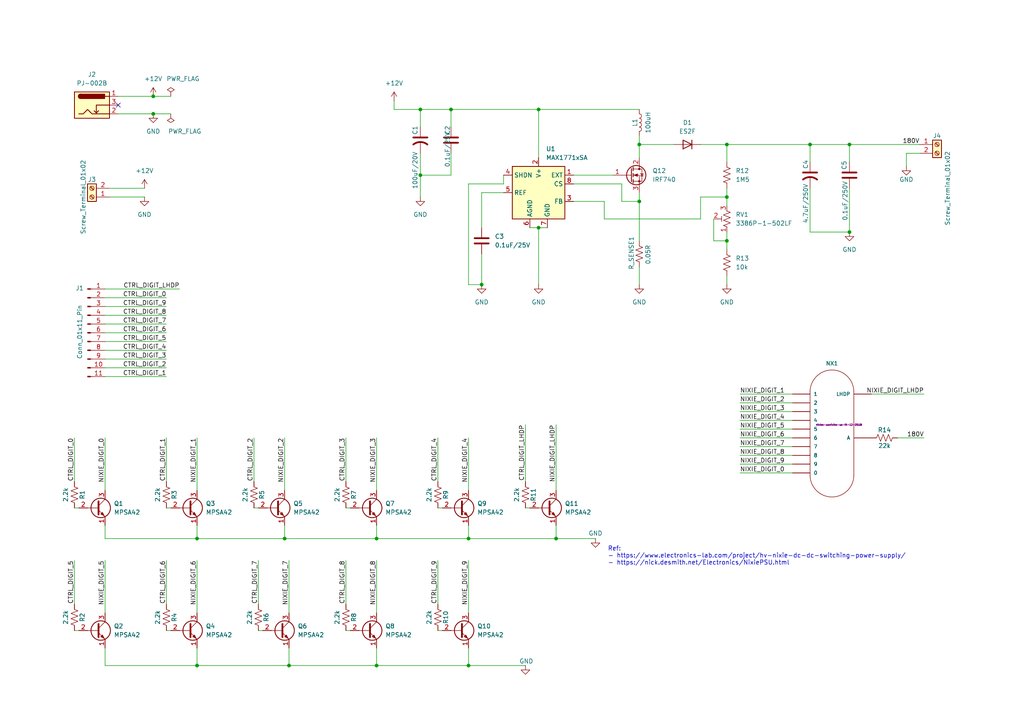
<source format=kicad_sch>
(kicad_sch (version 20250114) (generator "eeschema") (generator_version "9.0")
  (paper "A4")
  (title_block (title "Nixie HVDC Power Supply") (rev "v0.0") (company "yashkarthik.com"))
  (lib_symbols
    (symbol "Connector:Barrel_Jack_Switch" (pin_names (hide yes))
      (property "Reference" "J" (at 0 5.334 0))
      (property "Value" "Barrel_Jack_Switch" (at 0 -5.08 0))
      (symbol "Barrel_Jack_Switch_0_1"
        (rectangle (start -5.08 3.81) (end 5.08 -3.81) (stroke (width 0.254)) (fill (type background)))
        (polyline (pts (xy -3.81 -2.54) (xy -2.54 -2.54) (xy -1.27 -1.27) (xy 0 -2.54) (xy 2.54 -2.54) (xy 5.08 -2.54)) (stroke (width 0.254)))
        (arc (start -3.302 1.905) (mid -3.9343 2.54) (end -3.302 3.175) (stroke (width 0.254)))
        (arc (start -3.302 1.905) (mid -3.9343 2.54) (end -3.302 3.175) (stroke (width 0.254)) (fill (type outline)))
        (polyline (pts (xy 1.27 -2.286) (xy 1.905 -1.651)) (stroke (width 0.254)))
        (rectangle (start 3.683 3.175) (end -3.302 1.905) (stroke (width 0.254)) (fill (type outline)))
        (polyline (pts (xy 5.08 2.54) (xy 3.81 2.54)) (stroke (width 0.254)))
        (polyline (pts (xy 5.08 0) (xy 1.27 0) (xy 1.27 -2.286) (xy 0.635 -1.651)) (stroke (width 0.254)))
      )
      (symbol "Barrel_Jack_Switch_1_1"
        (pin passive line (at 7.62 2.54 180) (length 2.54) (name "~") (number "1"))
        (pin passive line (at 7.62 0 180) (length 2.54) (name "~") (number "3"))
        (pin passive line (at 7.62 -2.54 180) (length 2.54) (name "~") (number "2"))
      )
    )
    (symbol "Connector:Conn_01x11_Pin" (pin_names (offset 1.016) (hide yes))
      (property "Reference" "J" (at 0 15.24 0))
      (property "Value" "Conn_01x11_Pin" (at 0 -15.24 0))
      (symbol "Conn_01x11_Pin_1_1"
        (rectangle (start 0.8636 12.827) (end 0 12.573) (stroke (width 0.1524)) (fill (type outline)))
        (rectangle (start 0.8636 10.287) (end 0 10.033) (stroke (width 0.1524)) (fill (type outline)))
        (rectangle (start 0.8636 7.747) (end 0 7.493) (stroke (width 0.1524)) (fill (type outline)))
        (rectangle (start 0.8636 5.207) (end 0 4.953) (stroke (width 0.1524)) (fill (type outline)))
        (rectangle (start 0.8636 2.667) (end 0 2.413) (stroke (width 0.1524)) (fill (type outline)))
        (rectangle (start 0.8636 0.127) (end 0 -0.127) (stroke (width 0.1524)) (fill (type outline)))
        (rectangle (start 0.8636 -2.413) (end 0 -2.667) (stroke (width 0.1524)) (fill (type outline)))
        (rectangle (start 0.8636 -4.953) (end 0 -5.207) (stroke (width 0.1524)) (fill (type outline)))
        (rectangle (start 0.8636 -7.493) (end 0 -7.747) (stroke (width 0.1524)) (fill (type outline)))
        (rectangle (start 0.8636 -10.033) (end 0 -10.287) (stroke (width 0.1524)) (fill (type outline)))
        (rectangle (start 0.8636 -12.573) (end 0 -12.827) (stroke (width 0.1524)) (fill (type outline)))
        (polyline (pts (xy 1.27 12.7) (xy 0.8636 12.7)) (stroke (width 0.1524)))
        (polyline (pts (xy 1.27 10.16) (xy 0.8636 10.16)) (stroke (width 0.1524)))
        (polyline (pts (xy 1.27 7.62) (xy 0.8636 7.62)) (stroke (width 0.1524)))
        (polyline (pts (xy 1.27 5.08) (xy 0.8636 5.08)) (stroke (width 0.1524)))
        (polyline (pts (xy 1.27 2.54) (xy 0.8636 2.54)) (stroke (width 0.1524)))
        (polyline (pts (xy 1.27 0) (xy 0.8636 0)) (stroke (width 0.1524)))
        (polyline (pts (xy 1.27 -2.54) (xy 0.8636 -2.54)) (stroke (width 0.1524)))
        (polyline (pts (xy 1.27 -5.08) (xy 0.8636 -5.08)) (stroke (width 0.1524)))
        (polyline (pts (xy 1.27 -7.62) (xy 0.8636 -7.62)) (stroke (width 0.1524)))
        (polyline (pts (xy 1.27 -10.16) (xy 0.8636 -10.16)) (stroke (width 0.1524)))
        (polyline (pts (xy 1.27 -12.7) (xy 0.8636 -12.7)) (stroke (width 0.1524)))
        (pin passive line (at 5.08 12.7 180) (length 3.81) (name "Pin_1") (number "1"))
        (pin passive line (at 5.08 10.16 180) (length 3.81) (name "Pin_2") (number "2"))
        (pin passive line (at 5.08 7.62 180) (length 3.81) (name "Pin_3") (number "3"))
        (pin passive line (at 5.08 5.08 180) (length 3.81) (name "Pin_4") (number "4"))
        (pin passive line (at 5.08 2.54 180) (length 3.81) (name "Pin_5") (number "5"))
        (pin passive line (at 5.08 0 180) (length 3.81) (name "Pin_6") (number "6"))
        (pin passive line (at 5.08 -2.54 180) (length 3.81) (name "Pin_7") (number "7"))
        (pin passive line (at 5.08 -5.08 180) (length 3.81) (name "Pin_8") (number "8"))
        (pin passive line (at 5.08 -7.62 180) (length 3.81) (name "Pin_9") (number "9"))
        (pin passive line (at 5.08 -10.16 180) (length 3.81) (name "Pin_10") (number "10"))
        (pin passive line (at 5.08 -12.7 180) (length 3.81) (name "Pin_11") (number "11"))
      )
    )
    (symbol "Connector:Screw_Terminal_01x02" (pin_names (offset 1.016) (hide yes))
      (property "Reference" "J" (at 0 2.54 0))
      (property "Value" "Screw_Terminal_01x02" (at 0 -5.08 0))
      (symbol "Screw_Terminal_01x02_1_1"
        (rectangle (start -1.27 1.27) (end 1.27 -3.81) (stroke (width 0.254)) (fill (type background)))
        (polyline (pts (xy -0.5334 0.3302) (xy 0.3302 -0.508)) (stroke (width 0.1524)))
        (polyline (pts (xy -0.5334 -2.2098) (xy 0.3302 -3.048)) (stroke (width 0.1524)))
        (polyline (pts (xy -0.3556 0.508) (xy 0.508 -0.3302)) (stroke (width 0.1524)))
        (polyline (pts (xy -0.3556 -2.032) (xy 0.508 -2.8702)) (stroke (width 0.1524)))
        (circle (center 0 0) (radius 0.635) (stroke (width 0.1524)))
        (circle (center 0 -2.54) (radius 0.635) (stroke (width 0.1524)))
        (pin passive line (at -5.08 0 0) (length 3.81) (name "Pin_1") (number "1"))
        (pin passive line (at -5.08 -2.54 0) (length 3.81) (name "Pin_2") (number "2"))
      )
    )
    (symbol "Device:C" (pin_numbers (hide yes)) (pin_names (offset 0.254))
      (property "Reference" "C" (at 0.635 2.54 0))
      (property "Value" "C" (at 0.635 -2.54 0))
      (symbol "C_0_1"
        (polyline (pts (xy -2.032 0.762) (xy 2.032 0.762)) (stroke (width 0.508)))
        (polyline (pts (xy -2.032 -0.762) (xy 2.032 -0.762)) (stroke (width 0.508)))
      )
      (symbol "C_1_1"
        (pin passive line (at 0 3.81 270) (length 2.794) (name "~") (number "1"))
        (pin passive line (at 0 -3.81 90) (length 2.794) (name "~") (number "2"))
      )
    )
    (symbol "Device:C_US" (pin_numbers (hide yes)) (pin_names (offset 0.254) (hide yes))
      (property "Reference" "C" (at 0.635 2.54 0))
      (property "Value" "C_US" (at 0.635 -2.54 0))
      (symbol "C_US_0_1"
        (polyline (pts (xy -2.032 0.762) (xy 2.032 0.762)) (stroke (width 0.508)))
        (arc (start -2.032 -1.27) (mid 0 -0.5572) (end 2.032 -1.27) (stroke (width 0.508)))
      )
      (symbol "C_US_1_1"
        (pin passive line (at 0 3.81 270) (length 2.794) (name "~") (number "1"))
        (pin passive line (at 0 -3.81 90) (length 3.302) (name "~") (number "2"))
      )
    )
    (symbol "Device:D" (pin_numbers (hide yes)) (pin_names (offset 1.016) (hide yes))
      (property "Reference" "D" (at 0 2.54 0))
      (property "Value" "D" (at 0 -2.54 0))
      (symbol "D_0_1"
        (polyline (pts (xy -1.27 1.27) (xy -1.27 -1.27)) (stroke (width 0.254)))
        (polyline (pts (xy 1.27 1.27) (xy 1.27 -1.27) (xy -1.27 0) (xy 1.27 1.27)) (stroke (width 0.254)))
        (polyline (pts (xy 1.27 0) (xy -1.27 0)))
      )
      (symbol "D_1_1"
        (pin passive line (at -3.81 0 0) (length 2.54) (name "K") (number "1"))
        (pin passive line (at 3.81 0 180) (length 2.54) (name "A") (number "2"))
      )
    )
    (symbol "Device:L" (pin_numbers (hide yes)) (pin_names (offset 1.016) (hide yes))
      (property "Reference" "L" (at -1.27 0 90))
      (property "Value" "L" (at 1.905 0 90))
      (symbol "L_0_1"
        (arc (start 0 2.54) (mid 0.6323 1.905) (end 0 1.27))
        (arc (start 0 1.27) (mid 0.6323 0.635) (end 0 0))
        (arc (start 0 0) (mid 0.6323 -0.635) (end 0 -1.27))
        (arc (start 0 -1.27) (mid 0.6323 -1.905) (end 0 -2.54))
      )
      (symbol "L_1_1"
        (pin passive line (at 0 3.81 270) (length 1.27) (name "1") (number "1"))
        (pin passive line (at 0 -3.81 90) (length 1.27) (name "2") (number "2"))
      )
    )
    (symbol "Device:R_Potentiometer_Trim_US" (pin_names (offset 1.016) (hide yes))
      (property "Reference" "RV" (at -4.445 0 90))
      (property "Value" "R_Potentiometer_Trim_US" (at -2.54 0 90))
      (symbol "R_Potentiometer_Trim_US_0_1"
        (polyline (pts (xy 0 2.286) (xy 0 2.54)))
        (polyline (pts (xy 0 2.286) (xy 1.016 1.905) (xy 0 1.524) (xy -1.016 1.143) (xy 0 0.762)))
        (polyline (pts (xy 0 0.762) (xy 1.016 0.381) (xy 0 0) (xy -1.016 -0.381) (xy 0 -0.762)))
        (polyline (pts (xy 0 -0.762) (xy 1.016 -1.143) (xy 0 -1.524) (xy -1.016 -1.905) (xy 0 -2.286)))
        (polyline (pts (xy 0 -2.286) (xy 0 -2.54)))
        (polyline (pts (xy 1.524 0.762) (xy 1.524 -0.762)))
        (polyline (pts (xy 2.54 0) (xy 1.524 0)))
      )
      (symbol "R_Potentiometer_Trim_US_1_1"
        (pin passive line (at 0 3.81 270) (length 1.27) (name "1") (number "1"))
        (pin passive line (at 0 -3.81 90) (length 1.27) (name "3") (number "3"))
        (pin passive line (at 3.81 0 180) (length 1.27) (name "2") (number "2"))
      )
    )
    (symbol "Device:R_US" (pin_numbers (hide yes)) (pin_names (offset 0))
      (property "Reference" "R" (at 2.54 0 90))
      (property "Value" "R_US" (at -2.54 0 90))
      (symbol "R_US_0_1"
        (polyline (pts (xy 0 2.286) (xy 0 2.54)))
        (polyline (pts (xy 0 2.286) (xy 1.016 1.905) (xy 0 1.524) (xy -1.016 1.143) (xy 0 0.762)))
        (polyline (pts (xy 0 0.762) (xy 1.016 0.381) (xy 0 0) (xy -1.016 -0.381) (xy 0 -0.762)))
        (polyline (pts (xy 0 -0.762) (xy 1.016 -1.143) (xy 0 -1.524) (xy -1.016 -1.905) (xy 0 -2.286)))
        (polyline (pts (xy 0 -2.286) (xy 0 -2.54)))
      )
      (symbol "R_US_1_1"
        (pin passive line (at 0 3.81 270) (length 1.27) (name "~") (number "1"))
        (pin passive line (at 0 -3.81 90) (length 1.27) (name "~") (number "2"))
      )
    )
    (symbol "Regulator_Switching:MAX1771xSA"
      (property "Reference" "U" (at -3.81 10.16 0))
      (property "Value" "MAX1771xSA" (at 6.35 10.16 0))
      (symbol "MAX1771xSA_0_1"
        (rectangle (start -7.62 7.62) (end 7.62 -7.62) (stroke (width 0.254)) (fill (type background)))
      )
      (symbol "MAX1771xSA_1_1"
        (pin input line (at -10.16 5.08 0) (length 2.54) (name "SHDN") (number "4"))
        (pin passive line (at -10.16 0 0) (length 2.54) (name "REF") (number "5"))
        (pin power_in line (at -2.54 -10.16 90) (length 2.54) (name "AGND") (number "6"))
        (pin power_in line (at 0 10.16 270) (length 2.54) (name "V+") (number "2"))
        (pin power_in line (at 2.54 -10.16 90) (length 2.54) (name "GND") (number "7"))
        (pin output line (at 10.16 5.08 180) (length 2.54) (name "EXT") (number "1"))
        (pin input line (at 10.16 2.54 180) (length 2.54) (name "CS") (number "8"))
        (pin input line (at 10.16 -2.54 180) (length 2.54) (name "FB") (number "3"))
      )
    )
    (symbol "Transistor_BJT:MPSA42" (pin_names (offset 0) (hide yes))
      (property "Reference" "Q" (at 5.08 1.905 0))
      (property "Value" "MPSA42" (at 5.08 0 0))
      (symbol "MPSA42_0_1"
        (polyline (pts (xy -2.54 0) (xy 0.635 0)))
        (polyline (pts (xy 0.635 1.905) (xy 0.635 -1.905)) (stroke (width 0.508)))
        (circle (center 1.27 0) (radius 2.8194) (stroke (width 0.254)))
      )
      (symbol "MPSA42_1_1"
        (polyline (pts (xy 0.635 0.635) (xy 2.54 2.54)))
        (polyline (pts (xy 0.635 -0.635) (xy 2.54 -2.54)))
        (polyline (pts (xy 1.27 -1.778) (xy 1.778 -1.27) (xy 2.286 -2.286) (xy 1.27 -1.778)) (fill (type outline)))
        (pin input line (at -5.08 0 0) (length 2.54) (name "B") (number "2"))
        (pin passive line (at 2.54 5.08 270) (length 2.54) (name "C") (number "3"))
        (pin passive line (at 2.54 -5.08 90) (length 2.54) (name "E") (number "1"))
      )
    )
    (symbol "Transistor_FET:IRF740" (pin_names (hide yes))
      (property "Reference" "Q" (at 5.08 1.905 0))
      (property "Value" "IRF740" (at 5.08 0 0))
      (symbol "IRF740_0_1"
        (polyline (pts (xy 0.254 1.905) (xy 0.254 -1.905)) (stroke (width 0.254)))
        (polyline (pts (xy 0.254 0) (xy -2.54 0)))
        (polyline (pts (xy 0.762 2.286) (xy 0.762 1.27)) (stroke (width 0.254)))
        (polyline (pts (xy 0.762 0.508) (xy 0.762 -0.508)) (stroke (width 0.254)))
        (polyline (pts (xy 0.762 -1.27) (xy 0.762 -2.286)) (stroke (width 0.254)))
        (polyline (pts (xy 0.762 -1.778) (xy 3.302 -1.778) (xy 3.302 1.778) (xy 0.762 1.778)))
        (polyline (pts (xy 1.016 0) (xy 2.032 0.381) (xy 2.032 -0.381) (xy 1.016 0)) (fill (type outline)))
        (circle (center 1.651 0) (radius 2.794) (stroke (width 0.254)))
        (polyline (pts (xy 2.54 2.54) (xy 2.54 1.778)))
        (circle (center 2.54 1.778) (radius 0.254) (fill (type outline)))
        (circle (center 2.54 -1.778) (radius 0.254) (fill (type outline)))
        (polyline (pts (xy 2.54 -2.54) (xy 2.54 0) (xy 0.762 0)))
        (polyline (pts (xy 2.794 0.508) (xy 2.921 0.381) (xy 3.683 0.381) (xy 3.81 0.254)))
        (polyline (pts (xy 3.302 0.381) (xy 2.921 -0.254) (xy 3.683 -0.254) (xy 3.302 0.381)))
      )
      (symbol "IRF740_1_1"
        (pin input line (at -5.08 0 0) (length 2.54) (name "G") (number "1"))
        (pin passive line (at 2.54 5.08 270) (length 2.54) (name "D") (number "2"))
        (pin passive line (at 2.54 -5.08 90) (length 2.54) (name "S") (number "3"))
      )
    )
    (symbol "nixies-us:IN-12BIN-12-DSUB" (pin_numbers (hide yes)) (pin_names (offset 1.016))
      (property "Reference" "NX" (at -4.445 20.955 0))
      (symbol "IN-12BIN-12-DSUB_1_0"
        (polyline (pts (xy -7.62 -10.795) (xy -7.62 13.335)))
        (polyline (pts (xy 5.08 -10.795) (xy 5.08 13.335)))
      )
      (symbol "IN-12BIN-12-DSUB_1_1"
        (arc (start -7.62 13.335) (mid -1.27 19.685) (end 5.08 13.335))
        (arc (start 5.08 -10.795) (mid -1.27 -17.145) (end -7.62 -10.795))
        (pin bidirectional line (at -12.7 12.7 0) (length 5.08) (name "1") (number "1"))
        (pin bidirectional line (at -12.7 10.16 0) (length 5.08) (name "2") (number "2"))
        (pin bidirectional line (at -12.7 7.62 0) (length 5.08) (name "3") (number "3"))
        (pin bidirectional line (at -12.7 5.08 0) (length 5.08) (name "4") (number "4"))
        (pin bidirectional line (at -12.7 2.54 0) (length 5.08) (name "5") (number "5"))
        (pin bidirectional line (at -12.7 0 0) (length 5.08) (name "6") (number "6"))
        (pin bidirectional line (at -12.7 -2.54 0) (length 5.08) (name "7") (number "7"))
        (pin bidirectional line (at -12.7 -5.08 0) (length 5.08) (name "8") (number "8"))
        (pin bidirectional line (at -12.7 -7.62 0) (length 5.08) (name "9") (number "9"))
        (pin bidirectional line (at -12.7 -10.16 0) (length 5.08) (name "0") (number "0"))
        (pin bidirectional line (at 10.16 12.7 180) (length 5.08) (name "LHDP") (number "LHDP"))
        (pin bidirectional line (at 10.16 0 180) (length 5.08) (name "A") (number "A"))
      )
    )
    (symbol "power:+12V" (power) (pin_numbers (hide yes)) (pin_names (offset 0) (hide yes))
      (property "Value" "+12V" (at 0 3.556 0))
      (symbol "+12V_0_1"
        (polyline (pts (xy -0.762 1.27) (xy 0 2.54)))
        (polyline (pts (xy 0 2.54) (xy 0.762 1.27)))
        (polyline (pts (xy 0 0) (xy 0 2.54)))
      )
      (symbol "+12V_1_1"
        (pin power_in line (at 0 0 90) (length 0) (name "~") (number "1"))
      )
    )
    (symbol "power:GND" (power) (pin_numbers (hide yes)) (pin_names (offset 0) (hide yes))
      (property "Value" "GND" (at 0 -3.81 0))
      (symbol "GND_0_1"
        (polyline (pts (xy 0 0) (xy 0 -1.27) (xy 1.27 -1.27) (xy 0 -2.54) (xy -1.27 -1.27) (xy 0 -1.27)))
      )
      (symbol "GND_1_1"
        (pin power_in line (at 0 0 270) (length 0) (name "~") (number "1"))
      )
    )
    (symbol "power:PWR_FLAG" (power) (pin_numbers (hide yes)) (pin_names (offset 0) (hide yes))
      (property "Value" "PWR_FLAG" (at 0 3.81 0))
      (symbol "PWR_FLAG_0_0"
        (pin power_out line (at 0 0 90) (length 0) (name "~") (number "1"))
      )
      (symbol "PWR_FLAG_0_1"
        (polyline (pts (xy 0 0) (xy 0 1.27) (xy -1.016 1.905) (xy 0 2.54) (xy 1.016 1.905) (xy 0 1.27)))
      )
    )
  )
  (text "Ref: \n- https://www.electronics-lab.com/project/hv-nixie-dc-dc-switching-power-supply/\n- https://nick.desmith.net/Electronics/NixiePSU.html\n" (at 176.276 161.29 0) (effects (font (size 1.27 1.27)) (justify left)))
  (junction (at 210.82 41.91))
  (junction (at 121.92 50.8))
  (junction (at 130.81 31.75))
  (junction (at 246.38 41.91))
  (junction (at 57.15 156.21))
  (junction (at 234.95 41.91))
  (junction (at 83.82 193.04))
  (junction (at 210.82 57.15))
  (junction (at 139.7 82.55))
  (junction (at 246.38 67.31))
  (junction (at 109.22 156.21))
  (junction (at 44.45 27.94))
  (junction (at 135.89 193.04))
  (junction (at 185.42 58.42))
  (junction (at 156.21 66.04))
  (junction (at 57.15 193.04))
  (junction (at 121.92 31.75))
  (junction (at 161.29 156.21))
  (junction (at 44.45 33.02))
  (junction (at 156.21 31.75))
  (junction (at 109.22 193.04))
  (junction (at 210.82 69.85))
  (junction (at 135.89 156.21))
  (junction (at 82.55 156.21))
  (junction (at 185.42 41.91))
  (no_connect (at 34.29 30.48))
  (wire (pts (xy 152.4 147.32) (xy 153.67 147.32)))
  (wire (pts (xy 100.33 162.56) (xy 100.33 175.26)))
  (wire (pts (xy 109.22 193.04) (xy 135.89 193.04)))
  (wire (pts (xy 135.89 187.96) (xy 135.89 193.04)))
  (wire (pts (xy 252.73 114.3) (xy 267.97 114.3)))
  (wire (pts (xy 246.38 41.91) (xy 266.7 41.91)))
  (wire (pts (xy 266.7 44.45) (xy 262.89 44.45)))
  (wire (pts (xy 48.26 182.88) (xy 49.53 182.88)))
  (wire (pts (xy 156.21 66.04) (xy 158.75 66.04)))
  (wire (pts (xy 34.29 33.02) (xy 44.45 33.02)))
  (wire (pts (xy 214.63 124.46) (xy 229.87 124.46)))
  (wire (pts (xy 161.29 156.21) (xy 172.72 156.21)))
  (wire (pts (xy 156.21 31.75) (xy 156.21 45.72)))
  (wire (pts (xy 57.15 187.96) (xy 57.15 193.04)))
  (wire (pts (xy 30.48 93.98) (xy 48.26 93.98)))
  (wire (pts (xy 121.92 44.45) (xy 121.92 50.8)))
  (wire (pts (xy 135.89 156.21) (xy 161.29 156.21)))
  (wire (pts (xy 207.01 63.5) (xy 207.01 69.85)))
  (wire (pts (xy 31.75 57.15) (xy 41.91 57.15)))
  (wire (pts (xy 214.63 137.16) (xy 229.87 137.16)))
  (wire (pts (xy 109.22 156.21) (xy 135.89 156.21)))
  (wire (pts (xy 146.05 53.34) (xy 135.89 53.34)))
  (wire (pts (xy 203.2 41.91) (xy 210.82 41.91)))
  (wire (pts (xy 185.42 55.88) (xy 185.42 58.42)))
  (wire (pts (xy 82.55 156.21) (xy 109.22 156.21)))
  (wire (pts (xy 203.2 57.15) (xy 203.2 63.5)))
  (wire (pts (xy 114.3 29.21) (xy 114.3 31.75)))
  (wire (pts (xy 83.82 187.96) (xy 83.82 193.04)))
  (wire (pts (xy 262.89 44.45) (xy 262.89 48.26)))
  (wire (pts (xy 234.95 41.91) (xy 234.95 46.99)))
  (wire (pts (xy 48.26 162.56) (xy 48.26 175.26)))
  (wire (pts (xy 57.15 193.04) (xy 83.82 193.04)))
  (wire (pts (xy 83.82 193.04) (xy 109.22 193.04)))
  (wire (pts (xy 135.89 162.56) (xy 135.89 177.8)))
  (wire (pts (xy 210.82 67.31) (xy 210.82 69.85)))
  (wire (pts (xy 57.15 127) (xy 57.15 142.24)))
  (wire (pts (xy 214.63 114.3) (xy 229.87 114.3)))
  (wire (pts (xy 246.38 67.31) (xy 246.38 54.61)))
  (wire (pts (xy 74.93 162.56) (xy 74.93 175.26)))
  (wire (pts (xy 234.95 54.61) (xy 234.95 67.31)))
  (wire (pts (xy 152.4 123.19) (xy 152.4 139.7)))
  (wire (pts (xy 30.48 187.96) (xy 30.48 193.04)))
  (wire (pts (xy 156.21 31.75) (xy 185.42 31.75)))
  (wire (pts (xy 48.26 127) (xy 48.26 139.7)))
  (wire (pts (xy 109.22 162.56) (xy 109.22 177.8)))
  (wire (pts (xy 214.63 116.84) (xy 229.87 116.84)))
  (wire (pts (xy 135.89 193.04) (xy 152.4 193.04)))
  (wire (pts (xy 21.59 182.88) (xy 22.86 182.88)))
  (wire (pts (xy 127 127) (xy 127 139.7)))
  (wire (pts (xy 185.42 41.91) (xy 195.58 41.91)))
  (wire (pts (xy 31.75 54.61) (xy 41.91 54.61)))
  (wire (pts (xy 135.89 82.55) (xy 139.7 82.55)))
  (wire (pts (xy 175.26 63.5) (xy 203.2 63.5)))
  (wire (pts (xy 214.63 121.92) (xy 229.87 121.92)))
  (wire (pts (xy 127 182.88) (xy 128.27 182.88)))
  (wire (pts (xy 30.48 106.68) (xy 48.26 106.68)))
  (wire (pts (xy 139.7 66.04) (xy 139.7 55.88)))
  (wire (pts (xy 135.89 152.4) (xy 135.89 156.21)))
  (wire (pts (xy 34.29 27.94) (xy 44.45 27.94)))
  (wire (pts (xy 234.95 41.91) (xy 246.38 41.91)))
  (wire (pts (xy 153.67 66.04) (xy 156.21 66.04)))
  (wire (pts (xy 100.33 182.88) (xy 101.6 182.88)))
  (wire (pts (xy 21.59 162.56) (xy 21.59 175.26)))
  (wire (pts (xy 82.55 152.4) (xy 82.55 156.21)))
  (wire (pts (xy 130.81 31.75) (xy 156.21 31.75)))
  (wire (pts (xy 156.21 66.04) (xy 156.21 82.55)))
  (wire (pts (xy 210.82 41.91) (xy 210.82 46.99)))
  (wire (pts (xy 130.81 31.75) (xy 130.81 36.83)))
  (wire (pts (xy 135.89 127) (xy 135.89 142.24)))
  (wire (pts (xy 30.48 86.36) (xy 48.26 86.36)))
  (wire (pts (xy 185.42 58.42) (xy 185.42 69.85)))
  (wire (pts (xy 146.05 53.34) (xy 146.05 50.8)))
  (wire (pts (xy 210.82 57.15) (xy 210.82 59.69)))
  (wire (pts (xy 210.82 80.01) (xy 210.82 82.55)))
  (wire (pts (xy 30.48 156.21) (xy 57.15 156.21)))
  (wire (pts (xy 121.92 50.8) (xy 130.81 50.8)))
  (wire (pts (xy 30.48 193.04) (xy 57.15 193.04)))
  (wire (pts (xy 246.38 41.91) (xy 246.38 46.99)))
  (wire (pts (xy 121.92 50.8) (xy 121.92 57.15)))
  (wire (pts (xy 121.92 31.75) (xy 121.92 36.83)))
  (wire (pts (xy 57.15 156.21) (xy 82.55 156.21)))
  (wire (pts (xy 161.29 123.19) (xy 161.29 142.24)))
  (wire (pts (xy 21.59 127) (xy 21.59 139.7)))
  (wire (pts (xy 73.66 127) (xy 73.66 139.7)))
  (wire (pts (xy 234.95 67.31) (xy 246.38 67.31)))
  (wire (pts (xy 161.29 152.4) (xy 161.29 156.21)))
  (wire (pts (xy 48.26 147.32) (xy 49.53 147.32)))
  (wire (pts (xy 57.15 152.4) (xy 57.15 156.21)))
  (wire (pts (xy 127 162.56) (xy 127 175.26)))
  (wire (pts (xy 260.35 127) (xy 267.97 127)))
  (wire (pts (xy 30.48 99.06) (xy 48.26 99.06)))
  (wire (pts (xy 185.42 41.91) (xy 185.42 45.72)))
  (wire (pts (xy 214.63 132.08) (xy 229.87 132.08)))
  (wire (pts (xy 166.37 58.42) (xy 175.26 58.42)))
  (wire (pts (xy 214.63 119.38) (xy 229.87 119.38)))
  (wire (pts (xy 30.48 152.4) (xy 30.48 156.21)))
  (wire (pts (xy 30.48 88.9) (xy 48.26 88.9)))
  (wire (pts (xy 180.34 58.42) (xy 185.42 58.42)))
  (wire (pts (xy 30.48 96.52) (xy 48.26 96.52)))
  (wire (pts (xy 109.22 187.96) (xy 109.22 193.04)))
  (wire (pts (xy 210.82 54.61) (xy 210.82 57.15)))
  (wire (pts (xy 210.82 41.91) (xy 234.95 41.91)))
  (wire (pts (xy 30.48 83.82) (xy 52.07 83.82)))
  (wire (pts (xy 30.48 101.6) (xy 48.26 101.6)))
  (wire (pts (xy 73.66 147.32) (xy 74.93 147.32)))
  (wire (pts (xy 57.15 162.56) (xy 57.15 177.8)))
  (wire (pts (xy 109.22 127) (xy 109.22 142.24)))
  (wire (pts (xy 207.01 69.85) (xy 210.82 69.85)))
  (wire (pts (xy 139.7 73.66) (xy 139.7 82.55)))
  (wire (pts (xy 74.93 182.88) (xy 76.2 182.88)))
  (wire (pts (xy 166.37 53.34) (xy 180.34 53.34)))
  (wire (pts (xy 214.63 129.54) (xy 229.87 129.54)))
  (wire (pts (xy 214.63 134.62) (xy 229.87 134.62)))
  (wire (pts (xy 127 147.32) (xy 128.27 147.32)))
  (wire (pts (xy 180.34 53.34) (xy 180.34 58.42)))
  (wire (pts (xy 185.42 77.47) (xy 185.42 82.55)))
  (wire (pts (xy 175.26 58.42) (xy 175.26 63.5)))
  (wire (pts (xy 21.59 147.32) (xy 22.86 147.32)))
  (wire (pts (xy 166.37 50.8) (xy 177.8 50.8)))
  (wire (pts (xy 139.7 55.88) (xy 146.05 55.88)))
  (wire (pts (xy 30.48 127) (xy 30.48 142.24)))
  (wire (pts (xy 44.45 27.94) (xy 49.53 27.94)))
  (wire (pts (xy 121.92 31.75) (xy 130.81 31.75)))
  (wire (pts (xy 214.63 127) (xy 229.87 127)))
  (wire (pts (xy 114.3 31.75) (xy 121.92 31.75)))
  (wire (pts (xy 30.48 162.56) (xy 30.48 177.8)))
  (wire (pts (xy 30.48 91.44) (xy 48.26 91.44)))
  (wire (pts (xy 210.82 69.85) (xy 210.82 72.39)))
  (wire (pts (xy 44.45 33.02) (xy 49.53 33.02)))
  (wire (pts (xy 30.48 104.14) (xy 48.26 104.14)))
  (wire (pts (xy 109.22 152.4) (xy 109.22 156.21)))
  (wire (pts (xy 30.48 109.22) (xy 48.26 109.22)))
  (wire (pts (xy 100.33 127) (xy 100.33 139.7)))
  (wire (pts (xy 130.81 44.45) (xy 130.81 50.8)))
  (wire (pts (xy 83.82 162.56) (xy 83.82 177.8)))
  (wire (pts (xy 82.55 127) (xy 82.55 142.24)))
  (wire (pts (xy 100.33 147.32) (xy 101.6 147.32)))
  (wire (pts (xy 135.89 53.34) (xy 135.89 82.55)))
  (wire (pts (xy 185.42 39.37) (xy 185.42 41.91)))
  (wire (pts (xy 203.2 57.15) (xy 210.82 57.15)))
  (label "180V" (at 266.7 41.91 180))
  (label "NIXIE_DIGIT_8" (at 214.63 132.08 0))
  (label "NIXIE_DIGIT_LHDP" (at 267.97 114.3 180))
  (label "NIXIE_DIGIT_2" (at 214.63 116.84 0))
  (label "CTRL_DIGIT_8" (at 100.33 162.56 270))
  (label "NIXIE_DIGIT_8" (at 109.22 162.56 270))
  (label "CTRL_DIGIT_6" (at 48.26 96.52 180))
  (label "CTRL_DIGIT_5" (at 21.59 162.56 270))
  (label "NIXIE_DIGIT_6" (at 57.15 162.56 270))
  (label "NIXIE_DIGIT_3" (at 214.63 119.38 0))
  (label "NIXIE_DIGIT_7" (at 83.82 162.56 270))
  (label "CTRL_DIGIT_1" (at 48.26 109.22 180))
  (label "NIXIE_DIGIT_1" (at 57.15 127 270))
  (label "NIXIE_DIGIT_5" (at 214.63 124.46 0))
  (label "NIXIE_DIGIT_9" (at 135.89 162.56 270))
  (label "NIXIE_DIGIT_1" (at 214.63 114.3 0))
  (label "CTRL_DIGIT_9" (at 127 162.56 270))
  (label "NIXIE_DIGIT_9" (at 214.63 134.62 0))
  (label "NIXIE_DIGIT_LHDP" (at 161.29 123.19 270))
  (label "NIXIE_DIGIT_4" (at 214.63 121.92 0))
  (label "NIXIE_DIGIT_4" (at 135.89 127 270))
  (label "180V" (at 267.97 127 180))
  (label "CTRL_DIGIT_2" (at 48.26 106.68 180))
  (label "NIXIE_DIGIT_0" (at 214.63 137.16 0))
  (label "NIXIE_DIGIT_2" (at 82.55 127 270))
  (label "NIXIE_DIGIT_5" (at 30.48 162.56 270))
  (label "NIXIE_DIGIT_6" (at 214.63 127 0))
  (label "CTRL_DIGIT_3" (at 48.26 104.14 180))
  (label "CTRL_DIGIT_5" (at 48.26 99.06 180))
  (label "CTRL_DIGIT_9" (at 48.26 88.9 180))
  (label "CTRL_DIGIT_7" (at 48.26 93.98 180))
  (label "CTRL_DIGIT_0" (at 48.26 86.36 180))
  (label "CTRL_DIGIT_4" (at 48.26 101.6 180))
  (label "CTRL_DIGIT_LHDP" (at 152.4 123.19 270))
  (label "CTRL_DIGIT_6" (at 48.26 162.56 270))
  (label "NIXIE_DIGIT_3" (at 109.22 127 270))
  (label "CTRL_DIGIT_4" (at 127 127 270))
  (label "CTRL_DIGIT_2" (at 73.66 127 270))
  (label "CTRL_DIGIT_1" (at 48.26 127 270))
  (label "CTRL_DIGIT_0" (at 21.59 127 270))
  (label "NIXIE_DIGIT_0" (at 30.48 127 270))
  (label "CTRL_DIGIT_8" (at 48.26 91.44 180))
  (label "CTRL_DIGIT_3" (at 100.33 127 270))
  (label "CTRL_DIGIT_7" (at 74.93 162.56 270))
  (label "NIXIE_DIGIT_7" (at 214.63 129.54 0))
  (label "CTRL_DIGIT_LHDP" (at 52.07 83.82 180))
  (symbol (lib_id "Connector:Screw_Terminal_01x02") (at 26.67 57.15 180) (unit 1)
    (property "Reference" "J3" (at 26.67 52.07 0))
    (property "Value" "Screw_Terminal_01x02" (at 24.13 57.15 90))
    (property "Footprint" "TerminalBlock_Phoenix:TerminalBlock_Phoenix_MKDS-1,5-2-5.08_1x02_P5.08mm_Horizontal" (effects (hide yes)))
    (property "Description" "Generic screw terminal, single row, 01x02, script generated (kicad-library-utils/schlib/autogen/connector/)" (effects (hide yes)))
    (property "LCSC Part No." "C5183929" (effects (hide yes)))
    (property "MFR Part No." "MKDS 1,5/ 2-5,08" (effects (hide yes)))
    (property "DigiKey Part No." "277-1548128-ND" (effects (hide yes)))
  )
  (symbol (lib_id "Device:R_US") (at 21.59 143.51 0) (unit 1)
    (property "Reference" "R1" (at 23.876 143.51 90))
    (property "Value" "2.2k" (at 19.05 143.51 90))
    (property "Footprint" "Resistor_SMD:R_0805_2012Metric_Pad1.20x1.40mm_HandSolder" (effects (hide yes)))
    (property "Description" "Resistor, US symbol" (effects (hide yes)))
    (property "LCSC Part No." "C269724" (effects (hide yes)))
    (property "DigiKey Part No." "A106060TR-ND" (effects (hide yes)))
  )
  (symbol (lib_id "power:GND") (at 262.89 48.26 0) (unit 1)
    (property "Reference" "#PWR014" (effects (hide yes)))
    (property "Value" "GND" (at 262.89 52.07 0))
    (property "Description" "Power symbol creates a global label with name \"GND\" , ground" (effects (hide yes)))
  )
  (symbol (lib_id "Transistor_BJT:MPSA42") (at 81.28 182.88 0) (unit 1)
    (property "Reference" "Q6" (at 86.36 181.6099 0) (effects (justify left)))
    (property "Value" "MPSA42" (at 86.36 184.1499 0) (effects (justify left)))
    (property "Footprint" "Package_TO_SOT_THT:TO-92" (effects (hide yes)))
    (property "Datasheet" "http://www.onsemi.com/pub_link/Collateral/MPSA42-D.PDF" (effects (hide yes)))
    (property "Description" "0.5A Ic, 300V Vce, NPN High Voltage Transistor, TO-92" (effects (hide yes)))
    (property "LCSC Part No." "C305411" (effects (hide yes)))
    (property "MFR Part No." "MPSA42" (effects (hide yes)))
    (property "DigiKey Part No." "MPSA42FS-ND" (effects (hide yes)))
  )
  (symbol (lib_id "Device:R_US") (at 210.82 50.8 0) (unit 1)
    (property "Reference" "R12" (at 213.36 49.5299 0) (effects (justify left)))
    (property "Value" "1M5" (at 213.36 52.0699 0) (effects (justify left)))
    (property "Footprint" "Resistor_SMD:R_0805_2012Metric_Pad1.20x1.40mm_HandSolder" (effects (hide yes)))
    (property "Description" "Resistor, US symbol" (effects (hide yes)))
    (property "LCSC Part No." "125mW Thick Film Resistor ±200ppm/℃ ±1% 1.5MΩ 0805 Chip Resistor - Surface Mount ROHS" (effects (hide yes)))
    (property "DigiKey Part No." "RHM1.5MKTR-ND" (effects (hide yes)))
  )
  (symbol (lib_id "Device:R_US") (at 21.59 179.07 0) (unit 1)
    (property "Reference" "R2" (at 23.876 179.07 90))
    (property "Value" "2.2k" (at 19.05 179.07 90))
    (property "Footprint" "Resistor_SMD:R_0805_2012Metric_Pad1.20x1.40mm_HandSolder" (effects (hide yes)))
    (property "Description" "Resistor, US symbol" (effects (hide yes)))
    (property "LCSC Part No." "C269724" (effects (hide yes)))
    (property "DigiKey Part No." "A106060TR-ND" (effects (hide yes)))
  )
  (symbol (lib_id "nixies-us:IN-12BIN-12-DSUB") (at 242.57 127 0) (unit 1)
    (property "Reference" "NX1" (at 241.3 105.41 0) (effects (font (size 1.143 1.143))))
    (property "Value" "IN-12BIN-12-DSUB" (effects (hide yes)))
    (property "Footprint" "nixies-us:nixies-us-IN-12-DSUB" (at 243.332 123.19 0) (effects (font (size 0.508 0.508))))
  )
  (symbol (lib_id "Regulator_Switching:MAX1771xSA") (at 156.21 55.88 0) (unit 1)
    (property "Reference" "U1" (at 158.3533 43.18 0) (effects (justify left)))
    (property "Value" "MAX1771xSA" (at 158.3533 45.72 0) (effects (justify left)))
    (property "Footprint" "Package_SO:SO-8_3.9x4.9mm_P1.27mm" (effects (hide yes)))
    (property "Datasheet" "https://datasheets.maximintegrated.com/en/ds/MAX1771.pdf" (effects (hide yes)))
    (property "Description" "12V or Adjustable, High-Efficiency, Low IQ, Step-Up DC-DC Controller, SO-8" (effects (hide yes)))
    (property "LCSC Part No." "C407903" (effects (hide yes)))
    (property "MFR Part No." "MAX1771" (effects (hide yes)))
    (property "DigiKey Part No." "MAX1771CSA+TR-ND" (effects (hide yes)))
  )
  (symbol (lib_id "Device:R_US") (at 74.93 179.07 0) (unit 1)
    (property "Reference" "R6" (at 77.216 179.07 90))
    (property "Value" "2.2k" (at 72.39 179.07 90))
    (property "Footprint" "Resistor_SMD:R_0805_2012Metric_Pad1.20x1.40mm_HandSolder" (effects (hide yes)))
    (property "Description" "Resistor, US symbol" (effects (hide yes)))
    (property "LCSC Part No." "C269724" (effects (hide yes)))
    (property "DigiKey Part No." "A106060TR-ND" (effects (hide yes)))
  )
  (symbol (lib_id "Transistor_BJT:MPSA42") (at 27.94 147.32 0) (unit 1)
    (property "Reference" "Q1" (at 33.02 146.0499 0) (effects (justify left)))
    (property "Value" "MPSA42" (at 33.02 148.5899 0) (effects (justify left)))
    (property "Footprint" "Package_TO_SOT_THT:TO-92" (effects (hide yes)))
    (property "Datasheet" "http://www.onsemi.com/pub_link/Collateral/MPSA42-D.PDF" (effects (hide yes)))
    (property "Description" "0.5A Ic, 300V Vce, NPN High Voltage Transistor, TO-92" (effects (hide yes)))
    (property "LCSC Part No." "C305411" (effects (hide yes)))
    (property "MFR Part No." "MPSA42" (effects (hide yes)))
    (property "DigiKey Part No." "MPSA42FS-ND" (effects (hide yes)))
  )
  (symbol (lib_id "Transistor_BJT:MPSA42") (at 106.68 147.32 0) (unit 1)
    (property "Reference" "Q7" (at 111.76 146.0499 0) (effects (justify left)))
    (property "Value" "MPSA42" (at 111.76 148.5899 0) (effects (justify left)))
    (property "Footprint" "Package_TO_SOT_THT:TO-92" (effects (hide yes)))
    (property "Datasheet" "http://www.onsemi.com/pub_link/Collateral/MPSA42-D.PDF" (effects (hide yes)))
    (property "Description" "0.5A Ic, 300V Vce, NPN High Voltage Transistor, TO-92" (effects (hide yes)))
    (property "LCSC Part No." "C305411" (effects (hide yes)))
    (property "MFR Part No." "MPSA42" (effects (hide yes)))
    (property "DigiKey Part No." "MPSA42FS-ND" (effects (hide yes)))
  )
  (symbol (lib_id "Transistor_BJT:MPSA42") (at 133.35 182.88 0) (unit 1)
    (property "Reference" "Q10" (at 138.43 181.6099 0) (effects (justify left)))
    (property "Value" "MPSA42" (at 138.43 184.1499 0) (effects (justify left)))
    (property "Footprint" "Package_TO_SOT_THT:TO-92" (effects (hide yes)))
    (property "Datasheet" "http://www.onsemi.com/pub_link/Collateral/MPSA42-D.PDF" (effects (hide yes)))
    (property "Description" "0.5A Ic, 300V Vce, NPN High Voltage Transistor, TO-92" (effects (hide yes)))
    (property "LCSC Part No." "C305411" (effects (hide yes)))
    (property "MFR Part No." "MPSA42" (effects (hide yes)))
    (property "DigiKey Part No." "MPSA42FS-ND" (effects (hide yes)))
  )
  (symbol (lib_id "Device:R_US") (at 48.26 143.51 0) (unit 1)
    (property "Reference" "R3" (at 50.546 143.51 90))
    (property "Value" "2.2k" (at 45.72 143.51 90))
    (property "Footprint" "Resistor_SMD:R_0805_2012Metric_Pad1.20x1.40mm_HandSolder" (effects (hide yes)))
    (property "Description" "Resistor, US symbol" (effects (hide yes)))
    (property "LCSC Part No." "C269724" (effects (hide yes)))
    (property "DigiKey Part No." "A106060TR-ND" (effects (hide yes)))
  )
  (symbol (lib_id "power:GND") (at 41.91 57.15 0) (unit 1)
    (property "Reference" "#PWR02" (effects (hide yes)))
    (property "Value" "GND" (at 41.91 62.23 0))
    (property "Description" "Power symbol creates a global label with name \"GND\" , ground" (effects (hide yes)))
  )
  (symbol (lib_id "power:GND") (at 185.42 82.55 0) (unit 1)
    (property "Reference" "#PWR011" (effects (hide yes)))
    (property "Value" "GND" (at 185.42 87.63 0))
    (property "Description" "Power symbol creates a global label with name \"GND\" , ground" (effects (hide yes)))
  )
  (symbol (lib_id "Transistor_FET:IRF740") (at 182.88 50.8 0) (unit 1)
    (property "Reference" "Q12" (at 189.23 49.5299 0) (effects (justify left)))
    (property "Value" "IRF740" (at 189.23 52.0699 0) (effects (justify left)))
    (property "Footprint" "Package_TO_SOT_THT:TO-220-3_Vertical" (effects (hide yes)))
    (property "Datasheet" "http://www.vishay.com/docs/91054/91054.pdf" (effects (hide yes)))
    (property "Description" "10A Id, 400V Vds, N-Channel Power MOSFET, 500mOhm Rds, TO-220AB" (effects (hide yes)))
    (property "LCSC Part No." "C34373758" (effects (hide yes)))
    (property "MFR Part No." "IRF740PBF" (effects (hide yes)))
    (property "DigiKey Part No." "IRF740PBF-ND" (effects (hide yes)))
  )
  (symbol (lib_id "Device:R_US") (at 210.82 76.2 0) (unit 1)
    (property "Reference" "R13" (at 213.36 74.9299 0) (effects (justify left)))
    (property "Value" "10k" (at 213.36 77.4699 0) (effects (justify left)))
    (property "Footprint" "Resistor_SMD:R_0805_2012Metric_Pad1.20x1.40mm_HandSolder" (effects (hide yes)))
    (property "Description" "Resistor, US symbol" (effects (hide yes)))
    (property "LCSC Part No." "C269724" (effects (hide yes)))
    (property "DigiKey Part No." "2019-RK73H2ATTD1002FTR-ND" (effects (hide yes)))
  )
  (symbol (lib_id "power:GND") (at 172.72 156.21 0) (unit 1)
    (property "Reference" "#PWR010" (effects (hide yes)))
    (property "Value" "GND" (at 172.72 154.686 0))
    (property "Description" "Power symbol creates a global label with name \"GND\" , ground" (effects (hide yes)))
  )
  (symbol (lib_id "Device:R_US") (at 48.26 179.07 0) (unit 1)
    (property "Reference" "R4" (at 50.546 179.07 90))
    (property "Value" "2.2k" (at 45.72 179.07 90))
    (property "Footprint" "Resistor_SMD:R_0805_2012Metric_Pad1.20x1.40mm_HandSolder" (effects (hide yes)))
    (property "Description" "Resistor, US symbol" (effects (hide yes)))
    (property "LCSC Part No." "C269724" (effects (hide yes)))
    (property "DigiKey Part No." "A106060TR-ND" (effects (hide yes)))
  )
  (symbol (lib_id "power:+12V") (at 41.91 54.61 0) (unit 1)
    (property "Reference" "#PWR01" (effects (hide yes)))
    (property "Value" "+12V" (at 41.91 49.53 0))
    (property "Description" "Power symbol creates a global label with name \"+12V\"" (effects (hide yes)))
  )
  (symbol (lib_id "Device:C_US") (at 121.92 40.64 0) (unit 1)
    (property "Reference" "C1" (at 120.396 39.116 90) (effects (justify left)))
    (property "Value" "100uF/20V" (at 120.396 54.864 90) (effects (justify left)))
    (property "Footprint" "Capacitor_Tantalum_SMD:CP_EIA-7343-31_Kemet-D_HandSolder" (effects (hide yes)))
    (property "Description" "capacitor, US symbol" (effects (hide yes)))
    (property "LCSC Part No." "C122302" (effects (hide yes)))
    (property "DigiKey Part No." "478-6066-2-ND" (effects (hide yes)))
  )
  (symbol (lib_id "power:GND") (at 139.7 82.55 0) (unit 1)
    (property "Reference" "#PWR07" (effects (hide yes)))
    (property "Value" "GND" (at 139.7 87.63 0))
    (property "Description" "Power symbol creates a global label with name \"GND\" , ground" (effects (hide yes)))
  )
  (symbol (lib_id "Device:R_US") (at 100.33 179.07 0) (unit 1)
    (property "Reference" "R8" (at 102.616 179.07 90))
    (property "Value" "2.2k" (at 97.79 179.07 90))
    (property "Footprint" "Resistor_SMD:R_0805_2012Metric_Pad1.20x1.40mm_HandSolder" (effects (hide yes)))
    (property "Description" "Resistor, US symbol" (effects (hide yes)))
    (property "LCSC Part No." "C269724" (effects (hide yes)))
    (property "DigiKey Part No." "A106060TR-ND" (effects (hide yes)))
  )
  (symbol (lib_id "Device:R_US") (at 256.54 127 90) (unit 1)
    (property "Reference" "R14" (at 256.54 124.714 90))
    (property "Value" "22k" (at 256.54 129.286 90))
    (property "Footprint" "Resistor_SMD:R_0805_2012Metric_Pad1.20x1.40mm_HandSolder" (effects (hide yes)))
    (property "Description" "Resistor, US symbol" (effects (hide yes)))
    (property "LCSC Part No." "C269724" (effects (hide yes)))
    (property "DigiKey Part No." "A129765TR-ND" (effects (hide yes)))
  )
  (symbol (lib_id "Device:C_US") (at 234.95 50.8 0) (unit 1)
    (property "Reference" "C4" (at 233.68 49.022 90) (effects (justify left)))
    (property "Value" "4.7uF/250V" (at 233.68 64.77 90) (effects (justify left)))
    (property "Footprint" "Capacitor_SMD:CP_Elec_8x10.5" (effects (hide yes)))
    (property "Description" "capacitor, US symbol" (effects (hide yes)))
    (property "DigiKey Part No." "493-9983-2-ND" (effects (hide yes)))
  )
  (symbol (lib_id "power:GND") (at 156.21 82.55 0) (unit 1)
    (property "Reference" "#PWR09" (effects (hide yes)))
    (property "Value" "GND" (at 156.21 87.63 0))
    (property "Description" "Power symbol creates a global label with name \"GND\" , ground" (effects (hide yes)))
  )
  (symbol (lib_id "Transistor_BJT:MPSA42") (at 27.94 182.88 0) (unit 1)
    (property "Reference" "Q2" (at 33.02 181.6099 0) (effects (justify left)))
    (property "Value" "MPSA42" (at 33.02 184.1499 0) (effects (justify left)))
    (property "Footprint" "Package_TO_SOT_THT:TO-92" (effects (hide yes)))
    (property "Datasheet" "http://www.onsemi.com/pub_link/Collateral/MPSA42-D.PDF" (effects (hide yes)))
    (property "Description" "0.5A Ic, 300V Vce, NPN High Voltage Transistor, TO-92" (effects (hide yes)))
    (property "LCSC Part No." "C305411" (effects (hide yes)))
    (property "MFR Part No." "MPSA42" (effects (hide yes)))
    (property "DigiKey Part No." "MPSA42FS-ND" (effects (hide yes)))
  )
  (symbol (lib_id "power:GND") (at 246.38 67.31 0) (unit 1)
    (property "Reference" "#PWR013" (effects (hide yes)))
    (property "Value" "GND" (at 246.38 72.39 0))
    (property "Description" "Power symbol creates a global label with name \"GND\" , ground" (effects (hide yes)))
  )
  (symbol (lib_id "Transistor_BJT:MPSA42") (at 158.75 147.32 0) (unit 1)
    (property "Reference" "Q11" (at 163.83 146.0499 0) (effects (justify left)))
    (property "Value" "MPSA42" (at 163.83 148.5899 0) (effects (justify left)))
    (property "Footprint" "Package_TO_SOT_THT:TO-92" (effects (hide yes)))
    (property "Datasheet" "http://www.onsemi.com/pub_link/Collateral/MPSA42-D.PDF" (effects (hide yes)))
    (property "Description" "0.5A Ic, 300V Vce, NPN High Voltage Transistor, TO-92" (effects (hide yes)))
    (property "LCSC Part No." "C305411" (effects (hide yes)))
    (property "MFR Part No." "MPSA42" (effects (hide yes)))
    (property "DigiKey Part No." "MPSA42FS-ND" (effects (hide yes)))
  )
  (symbol (lib_id "power:+12V") (at 114.3 29.21 0) (unit 1)
    (property "Reference" "#PWR05" (effects (hide yes)))
    (property "Value" "+12V" (at 114.3 24.13 0))
    (property "Description" "Power symbol creates a global label with name \"+12V\"" (effects (hide yes)))
  )
  (symbol (lib_id "power:GND") (at 121.92 57.15 0) (unit 1)
    (property "Reference" "#PWR06" (effects (hide yes)))
    (property "Value" "GND" (at 121.92 62.23 0))
    (property "Description" "Power symbol creates a global label with name \"GND\" , ground" (effects (hide yes)))
  )
  (symbol (lib_id "power:GND") (at 44.45 33.02 0) (unit 1)
    (property "Reference" "#PWR04" (effects (hide yes)))
    (property "Value" "GND" (at 44.45 38.1 0))
    (property "Description" "Power symbol creates a global label with name \"GND\" , ground" (effects (hide yes)))
  )
  (symbol (lib_id "Device:R_US") (at 127 143.51 0) (unit 1)
    (property "Reference" "R9" (at 129.286 143.51 90))
    (property "Value" "2.2k" (at 124.46 143.51 90))
    (property "Footprint" "Resistor_SMD:R_0805_2012Metric_Pad1.20x1.40mm_HandSolder" (effects (hide yes)))
    (property "Description" "Resistor, US symbol" (effects (hide yes)))
    (property "LCSC Part No." "C269724" (effects (hide yes)))
    (property "DigiKey Part No." "A106060TR-ND" (effects (hide yes)))
  )
  (symbol (lib_id "power:PWR_FLAG") (at 49.53 33.02 180) (unit 1)
    (property "Reference" "#FLG02" (effects (hide yes)))
    (property "Value" "PWR_FLAG" (at 53.594 38.1 0))
    (property "Description" "Special symbol for telling ERC where power comes from" (effects (hide yes)))
  )
  (symbol (lib_id "Device:R_US") (at 127 179.07 0) (unit 1)
    (property "Reference" "R10" (at 129.286 179.07 90))
    (property "Value" "2.2k" (at 124.46 179.07 90))
    (property "Footprint" "Resistor_SMD:R_0805_2012Metric_Pad1.20x1.40mm_HandSolder" (effects (hide yes)))
    (property "Description" "Resistor, US symbol" (effects (hide yes)))
    (property "LCSC Part No." "C269724" (effects (hide yes)))
    (property "DigiKey Part No." "A106060TR-ND" (effects (hide yes)))
  )
  (symbol (lib_id "Device:R_US") (at 73.66 143.51 0) (unit 1)
    (property "Reference" "R5" (at 75.946 143.51 90))
    (property "Value" "2.2k" (at 71.12 143.51 90))
    (property "Footprint" "Resistor_SMD:R_0805_2012Metric_Pad1.20x1.40mm_HandSolder" (effects (hide yes)))
    (property "Description" "Resistor, US symbol" (effects (hide yes)))
    (property "LCSC Part No." "C269724" (effects (hide yes)))
    (property "DigiKey Part No." "A106060TR-ND" (effects (hide yes)))
  )
  (symbol (lib_id "power:GND") (at 152.4 193.04 0) (unit 1)
    (property "Reference" "#PWR08" (effects (hide yes)))
    (property "Value" "GND" (at 152.654 191.77 0))
    (property "Description" "Power symbol creates a global label with name \"GND\" , ground" (effects (hide yes)))
  )
  (symbol (lib_id "Transistor_BJT:MPSA42") (at 133.35 147.32 0) (unit 1)
    (property "Reference" "Q9" (at 138.43 146.0499 0) (effects (justify left)))
    (property "Value" "MPSA42" (at 138.43 148.5899 0) (effects (justify left)))
    (property "Footprint" "Package_TO_SOT_THT:TO-92" (effects (hide yes)))
    (property "Datasheet" "http://www.onsemi.com/pub_link/Collateral/MPSA42-D.PDF" (effects (hide yes)))
    (property "Description" "0.5A Ic, 300V Vce, NPN High Voltage Transistor, TO-92" (effects (hide yes)))
    (property "LCSC Part No." "C305411" (effects (hide yes)))
    (property "MFR Part No." "MPSA42" (effects (hide yes)))
    (property "DigiKey Part No." "MPSA42FS-ND" (effects (hide yes)))
  )
  (symbol (lib_id "Device:C") (at 246.38 50.8 0) (unit 1)
    (property "Reference" "C5" (at 244.856 49.276 90) (effects (justify left)))
    (property "Value" "0.1uF/250V" (at 245.11 64.008 90) (effects (justify left)))
    (property "Footprint" "Capacitor_SMD:C_1210_3225Metric_Pad1.33x2.70mm_HandSolder" (effects (hide yes)))
    (property "Description" "Unpolarized capacitor" (effects (hide yes)))
    (property "LCSC Part No." "C52020" (effects (hide yes)))
    (property "DigiKey Part No." "1292-1617-2-ND" (effects (hide yes)))
  )
  (symbol (lib_id "Device:L") (at 185.42 35.56 0) (unit 1)
    (property "Reference" "L1" (at 184.15 35.56 90))
    (property "Value" "100uH" (at 187.96 35.56 90))
    (property "Footprint" "Inductor_SMD:L_12x12mm_H6mm" (effects (hide yes)))
    (property "Description" "Inductor" (effects (hide yes)))
    (property "LCSC Part No." "C2962892" (effects (hide yes)))
    (property "DigiKey Part No." "SRR1260-101MTR-ND" (effects (hide yes)))
  )
  (symbol (lib_id "Device:C") (at 130.81 40.64 0) (unit 1)
    (property "Reference" "C2" (at 129.794 39.116 90) (effects (justify left)))
    (property "Value" "0.1uF/25V" (at 129.794 48.514 90) (effects (justify left)))
    (property "Footprint" "Capacitor_SMD:C_0805_2012Metric_Pad1.18x1.45mm_HandSolder" (effects (hide yes)))
    (property "Description" "Unpolarized capacitor" (effects (hide yes)))
    (property "LCSC Part No." "C396718" (effects (hide yes)))
    (property "DigiKey Part No." "478-KGM21NR71E104KTTR-ND" (effects (hide yes)))
  )
  (symbol (lib_id "power:PWR_FLAG") (at 49.53 27.94 0) (unit 1)
    (property "Reference" "#FLG01" (effects (hide yes)))
    (property "Value" "PWR_FLAG" (at 53.086 22.86 0))
    (property "Description" "Special symbol for telling ERC where power comes from" (effects (hide yes)))
  )
  (symbol (lib_id "power:GND") (at 210.82 82.55 0) (unit 1)
    (property "Reference" "#PWR012" (effects (hide yes)))
    (property "Value" "GND" (at 210.82 87.63 0))
    (property "Description" "Power symbol creates a global label with name \"GND\" , ground" (effects (hide yes)))
  )
  (symbol (lib_id "Transistor_BJT:MPSA42") (at 80.01 147.32 0) (unit 1)
    (property "Reference" "Q5" (at 85.09 146.0499 0) (effects (justify left)))
    (property "Value" "MPSA42" (at 85.09 148.5899 0) (effects (justify left)))
    (property "Footprint" "Package_TO_SOT_THT:TO-92" (effects (hide yes)))
    (property "Datasheet" "http://www.onsemi.com/pub_link/Collateral/MPSA42-D.PDF" (effects (hide yes)))
    (property "Description" "0.5A Ic, 300V Vce, NPN High Voltage Transistor, TO-92" (effects (hide yes)))
    (property "LCSC Part No." "C305411" (effects (hide yes)))
    (property "MFR Part No." "MPSA42" (effects (hide yes)))
    (property "DigiKey Part No." "MPSA42FS-ND" (effects (hide yes)))
  )
  (symbol (lib_id "Device:R_US") (at 152.4 143.51 0) (unit 1)
    (property "Reference" "R11" (at 154.686 143.51 90))
    (property "Value" "2.2k" (at 149.86 143.51 90))
    (property "Footprint" "Resistor_SMD:R_0805_2012Metric_Pad1.20x1.40mm_HandSolder" (effects (hide yes)))
    (property "Description" "Resistor, US symbol" (effects (hide yes)))
    (property "LCSC Part No." "C269724" (effects (hide yes)))
    (property "DigiKey Part No." "A106060TR-ND" (effects (hide yes)))
  )
  (symbol (lib_id "Device:D") (at 199.39 41.91 180) (unit 1)
    (property "Reference" "D1" (at 199.39 35.56 0))
    (property "Value" "ES2F" (at 199.39 38.1 0))
    (property "Footprint" "Diode_SMD:D_SMB-SMC_Universal_Handsoldering" (effects (hide yes)))
    (property "Description" "Diode" (effects (hide yes)))
    (property "Sim.Device" "D" (effects (hide yes)))
    (property "Sim.Pins" "1=K 2=A" (effects (hide yes)))
    (property "LCSC Part No." "C2844160" (effects (hide yes)))
    (property "MFR Part No." "ES2GB" (effects (hide yes)))
    (property "DigiKey Part No." "1801-ES2FTR-ND" (effects (hide yes)))
  )
  (symbol (lib_id "Connector:Conn_01x11_Pin") (at 25.4 96.52 0) (unit 1)
    (property "Reference" "J1" (at 23.114 83.566 0))
    (property "Value" "Conn_01x11_Pin" (at 23.114 96.266 90))
    (property "Footprint" "Connector_PinHeader_2.54mm:PinHeader_1x11_P2.54mm_Vertical" (effects (hide yes)))
    (property "Description" "Generic connector, single row, 01x11, script generated" (effects (hide yes)))
  )
  (symbol (lib_id "Transistor_BJT:MPSA42") (at 106.68 182.88 0) (unit 1)
    (property "Reference" "Q8" (at 111.76 181.6099 0) (effects (justify left)))
    (property "Value" "MPSA42" (at 111.76 184.1499 0) (effects (justify left)))
    (property "Footprint" "Package_TO_SOT_THT:TO-92" (effects (hide yes)))
    (property "Datasheet" "http://www.onsemi.com/pub_link/Collateral/MPSA42-D.PDF" (effects (hide yes)))
    (property "Description" "0.5A Ic, 300V Vce, NPN High Voltage Transistor, TO-92" (effects (hide yes)))
    (property "LCSC Part No." "C305411" (effects (hide yes)))
    (property "MFR Part No." "MPSA42" (effects (hide yes)))
    (property "DigiKey Part No." "MPSA42FS-ND" (effects (hide yes)))
  )
  (symbol (lib_id "Transistor_BJT:MPSA42") (at 54.61 182.88 0) (unit 1)
    (property "Reference" "Q4" (at 59.69 181.6099 0) (effects (justify left)))
    (property "Value" "MPSA42" (at 59.69 184.1499 0) (effects (justify left)))
    (property "Footprint" "Package_TO_SOT_THT:TO-92" (effects (hide yes)))
    (property "Datasheet" "http://www.onsemi.com/pub_link/Collateral/MPSA42-D.PDF" (effects (hide yes)))
    (property "Description" "0.5A Ic, 300V Vce, NPN High Voltage Transistor, TO-92" (effects (hide yes)))
    (property "LCSC Part No." "C305411" (effects (hide yes)))
    (property "MFR Part No." "MPSA42" (effects (hide yes)))
    (property "DigiKey Part No." "MPSA42FS-ND" (effects (hide yes)))
  )
  (symbol (lib_id "Device:C") (at 139.7 69.85 0) (unit 1)
    (property "Reference" "C3" (at 143.51 68.5799 0) (effects (justify left)))
    (property "Value" "0.1uF/25V" (at 143.51 71.1199 0) (effects (justify left)))
    (property "Footprint" "Capacitor_SMD:C_0805_2012Metric_Pad1.18x1.45mm_HandSolder" (effects (hide yes)))
    (property "Description" "Unpolarized capacitor" (effects (hide yes)))
    (property "LCSC Part No." "C396718" (effects (hide yes)))
    (property "DigiKey Part No." "478-KGM21NR71E104KTTR-ND" (effects (hide yes)))
  )
  (symbol (lib_id "Device:R_US") (at 185.42 73.66 0) (unit 1)
    (property "Reference" "R_SENSE1" (at 183.134 78.232 90) (effects (justify left)))
    (property "Value" "0.05R" (at 187.96 76.708 90) (effects (justify left)))
    (property "Footprint" "Resistor_SMD:R_1206_3216Metric_Pad1.30x1.75mm_HandSolder" (effects (hide yes)))
    (property "Description" "Resistor, US symbol" (effects (hide yes)))
    (property "LCSC Part No." "C149662" (effects (hide yes)))
    (property "DigiKey Part No." "HCS1206FTL500TR-ND" (effects (hide yes)))
  )
  (symbol (lib_id "Device:R_US") (at 100.33 143.51 0) (unit 1)
    (property "Reference" "R7" (at 102.616 143.51 90))
    (property "Value" "2.2k" (at 97.79 143.51 90))
    (property "Footprint" "Resistor_SMD:R_0805_2012Metric_Pad1.20x1.40mm_HandSolder" (effects (hide yes)))
    (property "Description" "Resistor, US symbol" (effects (hide yes)))
    (property "LCSC Part No." "C269724" (effects (hide yes)))
    (property "DigiKey Part No." "A106060TR-ND" (effects (hide yes)))
  )
  (symbol (lib_id "Device:R_Potentiometer_Trim_US") (at 210.82 63.5 180) (unit 1)
    (property "Reference" "RV1" (at 213.36 62.2299 0) (effects (justify right)))
    (property "Value" "3386P-1-502LF" (at 213.36 64.7699 0) (effects (justify right)))
    (property "Footprint" "Potentiometer_THT:Potentiometer_Bourns_3386P_Vertical" (effects (hide yes)))
    (property "Description" "Trim-potentiometer, US symbol" (effects (hide yes)))
    (property "LCSC Part No." "C22461636" (effects (hide yes)))
    (property "MFR Part No." "3386P-1-502LF" (effects (hide yes)))
    (property "DigiKey Part No." "3386P-502LF-ND" (effects (hide yes)))
  )
  (symbol (lib_id "Connector:Screw_Terminal_01x02") (at 271.78 41.91 0) (unit 1)
    (property "Reference" "J4" (at 271.78 39.37 0))
    (property "Value" "Screw_Terminal_01x02" (at 274.828 54.61 90))
    (property "Footprint" "TerminalBlock_Phoenix:TerminalBlock_Phoenix_MKDS-1,5-2-5.08_1x02_P5.08mm_Horizontal" (effects (hide yes)))
    (property "Description" "Generic screw terminal, single row, 01x02, script generated (kicad-library-utils/schlib/autogen/connector/)" (effects (hide yes)))
    (property "LCSC Part No." "C5183929" (effects (hide yes)))
    (property "MFR Part No." "MKDS 1,5/ 2-5,08" (effects (hide yes)))
    (property "DigiKey Part No." "277-1548128-ND" (effects (hide yes)))
  )
  (symbol (lib_id "power:+12V") (at 44.45 27.94 0) (unit 1)
    (property "Reference" "#PWR03" (effects (hide yes)))
    (property "Value" "+12V" (at 44.45 22.86 0))
    (property "Description" "Power symbol creates a global label with name \"+12V\"" (effects (hide yes)))
  )
  (symbol (lib_id "Transistor_BJT:MPSA42") (at 54.61 147.32 0) (unit 1)
    (property "Reference" "Q3" (at 59.69 146.0499 0) (effects (justify left)))
    (property "Value" "MPSA42" (at 59.69 148.5899 0) (effects (justify left)))
    (property "Footprint" "Package_TO_SOT_THT:TO-92" (effects (hide yes)))
    (property "Datasheet" "http://www.onsemi.com/pub_link/Collateral/MPSA42-D.PDF" (effects (hide yes)))
    (property "Description" "0.5A Ic, 300V Vce, NPN High Voltage Transistor, TO-92" (effects (hide yes)))
    (property "LCSC Part No." "C305411" (effects (hide yes)))
    (property "MFR Part No." "MPSA42" (effects (hide yes)))
    (property "DigiKey Part No." "MPSA42FS-ND" (effects (hide yes)))
  )
  (symbol (lib_id "Connector:Barrel_Jack_Switch") (at 26.67 30.48 0) (unit 1)
    (property "Reference" "J2" (at 26.67 21.59 0))
    (property "Value" "PJ-002B" (at 26.67 24.13 0))
    (property "Footprint" "barrel_jack:CUI_PJ-002B" (effects (hide yes)))
    (property "Description" "DC Barrel Jack with an internal switch" (effects (hide yes)))
    (property "LCSC Part No." "C22359705" (effects (hide yes)))
    (property "MFR Part No." "PJ-002B" (effects (hide yes)))
    (property "DigiKey Part No." "CP-002B-ND" (effects (hide yes)))
  )
)
</source>
